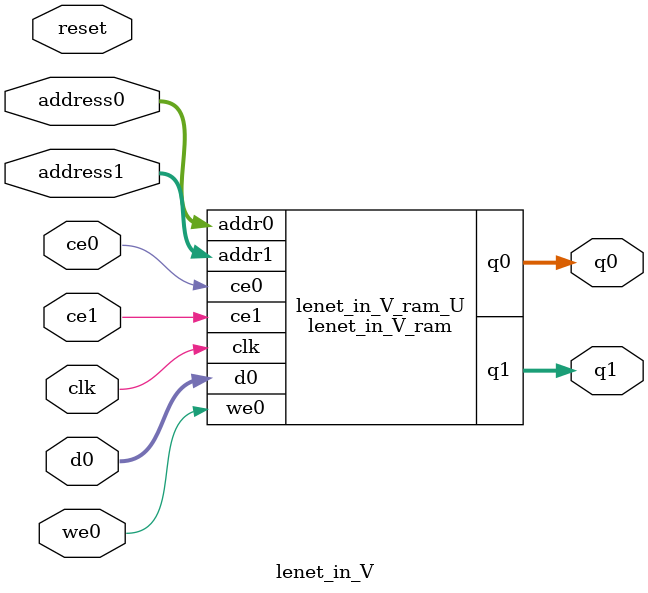
<source format=v>
`timescale 1 ns / 1 ps
module lenet_in_V_ram (addr0, ce0, d0, we0, q0, addr1, ce1, q1,  clk);

parameter DWIDTH = 16;
parameter AWIDTH = 10;
parameter MEM_SIZE = 1024;

input[AWIDTH-1:0] addr0;
input ce0;
input[DWIDTH-1:0] d0;
input we0;
output reg[DWIDTH-1:0] q0;
input[AWIDTH-1:0] addr1;
input ce1;
output reg[DWIDTH-1:0] q1;
input clk;

(* ram_style = "block" *)reg [DWIDTH-1:0] ram[0:MEM_SIZE-1];




always @(posedge clk)  
begin 
    if (ce0) 
    begin
        if (we0) 
        begin 
            ram[addr0] <= d0; 
        end 
        q0 <= ram[addr0];
    end
end


always @(posedge clk)  
begin 
    if (ce1) 
    begin
        q1 <= ram[addr1];
    end
end


endmodule

`timescale 1 ns / 1 ps
module lenet_in_V(
    reset,
    clk,
    address0,
    ce0,
    we0,
    d0,
    q0,
    address1,
    ce1,
    q1);

parameter DataWidth = 32'd16;
parameter AddressRange = 32'd1024;
parameter AddressWidth = 32'd10;
input reset;
input clk;
input[AddressWidth - 1:0] address0;
input ce0;
input we0;
input[DataWidth - 1:0] d0;
output[DataWidth - 1:0] q0;
input[AddressWidth - 1:0] address1;
input ce1;
output[DataWidth - 1:0] q1;



lenet_in_V_ram lenet_in_V_ram_U(
    .clk( clk ),
    .addr0( address0 ),
    .ce0( ce0 ),
    .we0( we0 ),
    .d0( d0 ),
    .q0( q0 ),
    .addr1( address1 ),
    .ce1( ce1 ),
    .q1( q1 ));

endmodule


</source>
